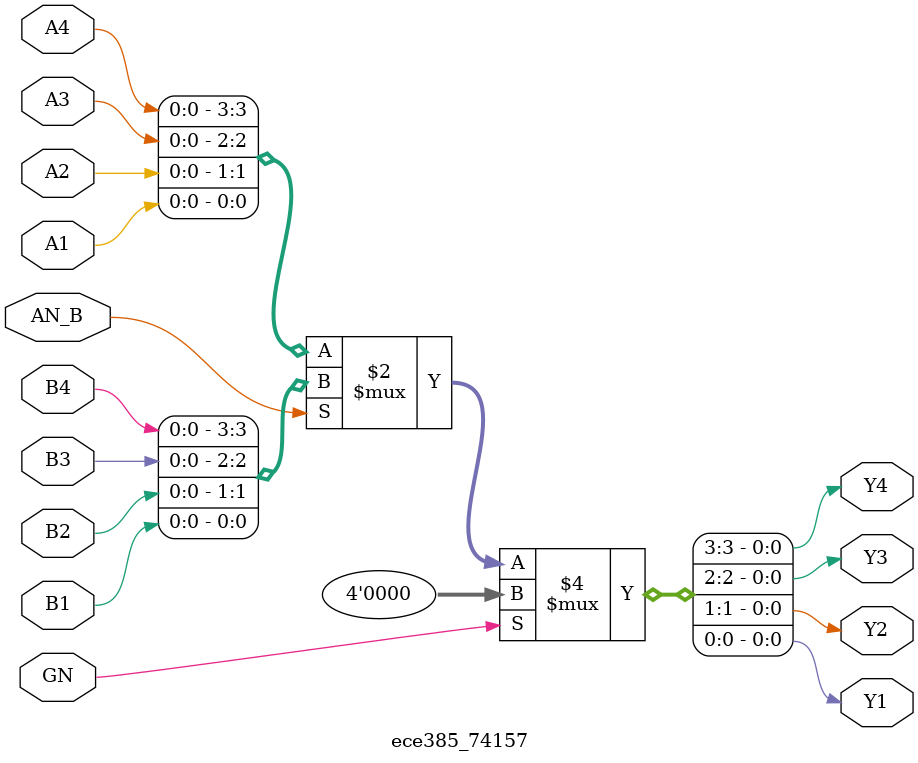
<source format=sv>
module ece385_74157(
        input logic AN_B,
        input logic A1, B1,
        output logic Y1,
        input logic A2, B2,
        output logic Y2,
        input logic A3, B3,
        output logic Y3,
        input logic A4, B4,
        output logic Y4,
        input logic GN
    );
    
    always_comb begin
        if(GN)
            {Y4,Y3,Y2,Y1} = 4'b0;
        else
            {Y4,Y3,Y2,Y1} = AN_B ? {B4,B3,B2,B1} : {A4,A3,A2,A1};
    end
    
endmodule

</source>
